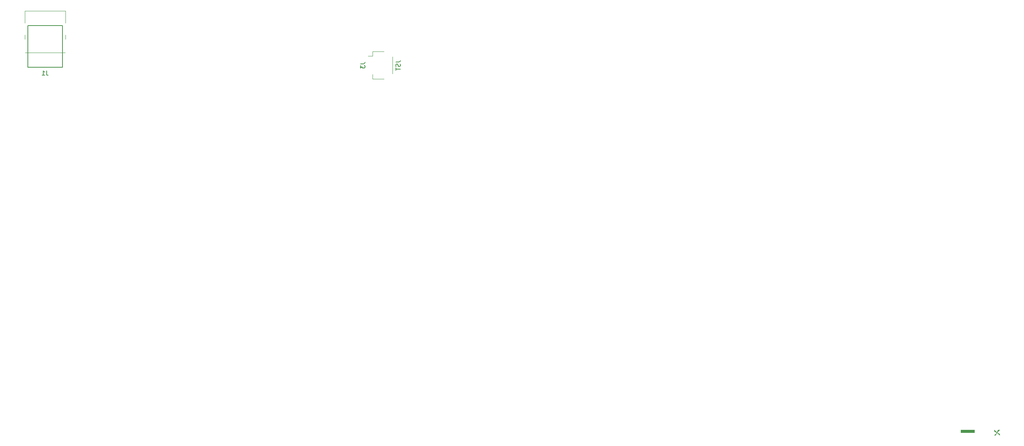
<source format=gbr>
G04 #@! TF.GenerationSoftware,KiCad,Pcbnew,(5.1.10-1-10_14)*
G04 #@! TF.CreationDate,2021-09-01T20:14:40+02:00*
G04 #@! TF.ProjectId,rosaline-ortho,726f7361-6c69-46e6-952d-6f7274686f2e,1.1*
G04 #@! TF.SameCoordinates,Original*
G04 #@! TF.FileFunction,Legend,Bot*
G04 #@! TF.FilePolarity,Positive*
%FSLAX46Y46*%
G04 Gerber Fmt 4.6, Leading zero omitted, Abs format (unit mm)*
G04 Created by KiCad (PCBNEW (5.1.10-1-10_14)) date 2021-09-01 20:14:40*
%MOMM*%
%LPD*%
G01*
G04 APERTURE LIST*
%ADD10C,0.100000*%
%ADD11C,0.120000*%
%ADD12C,0.150000*%
G04 APERTURE END LIST*
D10*
G36*
X242243750Y-146585000D02*
G01*
X241643750Y-145985000D01*
X241643750Y-146285000D01*
X242243750Y-146585000D01*
G37*
X242243750Y-146585000D02*
X241643750Y-145985000D01*
X241643750Y-146285000D01*
X242243750Y-146585000D01*
G36*
X242243750Y-146585000D02*
G01*
X241643750Y-147185000D01*
X241943750Y-147185000D01*
X242243750Y-146585000D01*
G37*
X242243750Y-146585000D02*
X241643750Y-147185000D01*
X241943750Y-147185000D01*
X242243750Y-146585000D01*
G36*
X242243750Y-146585000D02*
G01*
X242843750Y-147185000D01*
X242843750Y-146885000D01*
X242243750Y-146585000D01*
G37*
X242243750Y-146585000D02*
X242843750Y-147185000D01*
X242843750Y-146885000D01*
X242243750Y-146585000D01*
G36*
X242243750Y-146585000D02*
G01*
X242843750Y-145985000D01*
X242543750Y-145985000D01*
X242243750Y-146585000D01*
G37*
X242243750Y-146585000D02*
X242843750Y-145985000D01*
X242543750Y-145985000D01*
X242243750Y-146585000D01*
D11*
G36*
X234143750Y-146585000D02*
G01*
X237143750Y-146585000D01*
X237143750Y-145985000D01*
X234143750Y-145985000D01*
X234143750Y-146585000D01*
G37*
X234143750Y-146585000D02*
X237143750Y-146585000D01*
X237143750Y-145985000D01*
X234143750Y-145985000D01*
X234143750Y-146585000D01*
X23516968Y-57895127D02*
X23516968Y-56995127D01*
X32706968Y-57895127D02*
X32706968Y-56995127D01*
X23516968Y-54295127D02*
X23516968Y-51565127D01*
X32706968Y-54295127D02*
X32706968Y-51565127D01*
X23636968Y-60975127D02*
X32586968Y-60975127D01*
X23516968Y-51565127D02*
X32706968Y-51565127D01*
D12*
X24208968Y-64289127D02*
X24208968Y-54889127D01*
X32008968Y-64289127D02*
X24208968Y-64289127D01*
X32008968Y-54889127D02*
X32008968Y-64289127D01*
X32008968Y-54889127D02*
X24208968Y-54889127D01*
D11*
X106269375Y-61877500D02*
X106269375Y-65757500D01*
X101799375Y-66927500D02*
X101799375Y-65877500D01*
X104299375Y-66927500D02*
X101799375Y-66927500D01*
X101799375Y-61757500D02*
X100809375Y-61757500D01*
X101799375Y-60707500D02*
X101799375Y-61757500D01*
X104299375Y-60707500D02*
X101799375Y-60707500D01*
D12*
X28445301Y-65081507D02*
X28445301Y-65795793D01*
X28492920Y-65938650D01*
X28588158Y-66033888D01*
X28731015Y-66081507D01*
X28826253Y-66081507D01*
X27445301Y-66081507D02*
X28016729Y-66081507D01*
X27731015Y-66081507D02*
X27731015Y-65081507D01*
X27826253Y-65224365D01*
X27921491Y-65319603D01*
X28016729Y-65367222D01*
X99056755Y-63484166D02*
X99771041Y-63484166D01*
X99913898Y-63436547D01*
X100009136Y-63341309D01*
X100056755Y-63198452D01*
X100056755Y-63103214D01*
X99056755Y-63865119D02*
X99056755Y-64484166D01*
X99437708Y-64150833D01*
X99437708Y-64293690D01*
X99485327Y-64388928D01*
X99532946Y-64436547D01*
X99628184Y-64484166D01*
X99866279Y-64484166D01*
X99961517Y-64436547D01*
X100009136Y-64388928D01*
X100056755Y-64293690D01*
X100056755Y-64007976D01*
X100009136Y-63912738D01*
X99961517Y-63865119D01*
X107016755Y-63103214D02*
X107731041Y-63103214D01*
X107873898Y-63055595D01*
X107969136Y-62960357D01*
X108016755Y-62817500D01*
X108016755Y-62722261D01*
X107969136Y-63531785D02*
X108016755Y-63674642D01*
X108016755Y-63912738D01*
X107969136Y-64007976D01*
X107921517Y-64055595D01*
X107826279Y-64103214D01*
X107731041Y-64103214D01*
X107635803Y-64055595D01*
X107588184Y-64007976D01*
X107540565Y-63912738D01*
X107492946Y-63722261D01*
X107445327Y-63627023D01*
X107397708Y-63579404D01*
X107302470Y-63531785D01*
X107207232Y-63531785D01*
X107111994Y-63579404D01*
X107064375Y-63627023D01*
X107016755Y-63722261D01*
X107016755Y-63960357D01*
X107064375Y-64103214D01*
X107016755Y-64388928D02*
X107016755Y-64960357D01*
X108016755Y-64674642D02*
X107016755Y-64674642D01*
M02*

</source>
